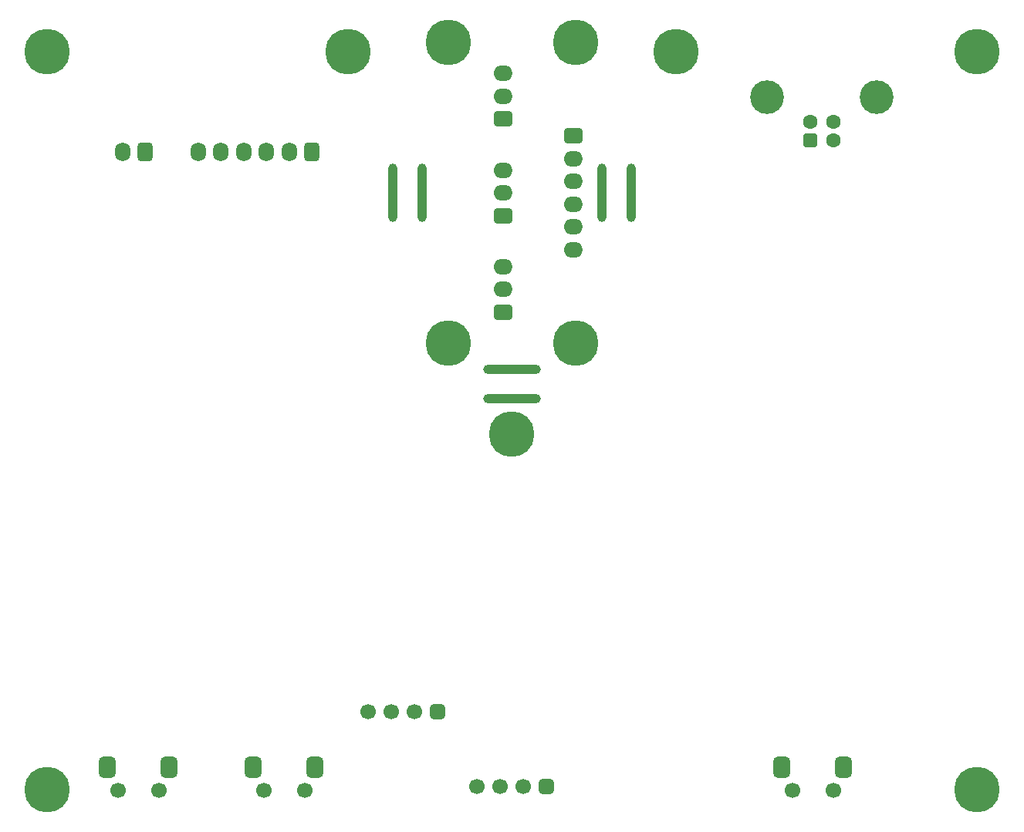
<source format=gbs>
G04*
G04 #@! TF.GenerationSoftware,Altium Limited,Altium Designer,20.1.12 (249)*
G04*
G04 Layer_Color=8150272*
%FSLAX25Y25*%
%MOIN*%
G70*
G04*
G04 #@! TF.SameCoordinates,1D8D0487-A391-4BDE-A0F4-8CBC614C10EB*
G04*
G04*
G04 #@! TF.FilePolarity,Negative*
G04*
G01*
G75*
%ADD15R,0.03937X0.21260*%
%ADD18R,0.21260X0.03937*%
%ADD42O,0.08268X0.06693*%
G04:AMPARAMS|DCode=43|XSize=66.93mil|YSize=82.68mil|CornerRadius=17.72mil|HoleSize=0mil|Usage=FLASHONLY|Rotation=270.000|XOffset=0mil|YOffset=0mil|HoleType=Round|Shape=RoundedRectangle|*
%AMROUNDEDRECTD43*
21,1,0.06693,0.04724,0,0,270.0*
21,1,0.03150,0.08268,0,0,270.0*
1,1,0.03543,-0.02362,-0.01575*
1,1,0.03543,-0.02362,0.01575*
1,1,0.03543,0.02362,0.01575*
1,1,0.03543,0.02362,-0.01575*
%
%ADD43ROUNDEDRECTD43*%
%ADD44C,0.03937*%
%ADD45C,0.14567*%
%ADD46C,0.06299*%
G04:AMPARAMS|DCode=47|XSize=62.99mil|YSize=62.99mil|CornerRadius=16.73mil|HoleSize=0mil|Usage=FLASHONLY|Rotation=180.000|XOffset=0mil|YOffset=0mil|HoleType=Round|Shape=RoundedRectangle|*
%AMROUNDEDRECTD47*
21,1,0.06299,0.02953,0,0,180.0*
21,1,0.02953,0.06299,0,0,180.0*
1,1,0.03347,-0.01476,0.01476*
1,1,0.03347,0.01476,0.01476*
1,1,0.03347,0.01476,-0.01476*
1,1,0.03347,-0.01476,-0.01476*
%
%ADD47ROUNDEDRECTD47*%
%ADD48C,0.06693*%
G04:AMPARAMS|DCode=49|XSize=66.93mil|YSize=66.93mil|CornerRadius=17.72mil|HoleSize=0mil|Usage=FLASHONLY|Rotation=180.000|XOffset=0mil|YOffset=0mil|HoleType=Round|Shape=RoundedRectangle|*
%AMROUNDEDRECTD49*
21,1,0.06693,0.03150,0,0,180.0*
21,1,0.03150,0.06693,0,0,180.0*
1,1,0.03543,-0.01575,0.01575*
1,1,0.03543,0.01575,0.01575*
1,1,0.03543,0.01575,-0.01575*
1,1,0.03543,-0.01575,-0.01575*
%
%ADD49ROUNDEDRECTD49*%
G04:AMPARAMS|DCode=50|XSize=66.93mil|YSize=66.93mil|CornerRadius=17.72mil|HoleSize=0mil|Usage=FLASHONLY|Rotation=270.000|XOffset=0mil|YOffset=0mil|HoleType=Round|Shape=RoundedRectangle|*
%AMROUNDEDRECTD50*
21,1,0.06693,0.03150,0,0,270.0*
21,1,0.03150,0.06693,0,0,270.0*
1,1,0.03543,-0.01575,-0.01575*
1,1,0.03543,-0.01575,0.01575*
1,1,0.03543,0.01575,0.01575*
1,1,0.03543,0.01575,-0.01575*
%
%ADD50ROUNDEDRECTD50*%
%ADD51O,0.06693X0.08268*%
G04:AMPARAMS|DCode=52|XSize=66.93mil|YSize=82.68mil|CornerRadius=17.72mil|HoleSize=0mil|Usage=FLASHONLY|Rotation=180.000|XOffset=0mil|YOffset=0mil|HoleType=Round|Shape=RoundedRectangle|*
%AMROUNDEDRECTD52*
21,1,0.06693,0.04724,0,0,180.0*
21,1,0.03150,0.08268,0,0,180.0*
1,1,0.03543,-0.01575,0.02362*
1,1,0.03543,0.01575,0.02362*
1,1,0.03543,0.01575,-0.02362*
1,1,0.03543,-0.01575,-0.02362*
%
%ADD52ROUNDEDRECTD52*%
G04:AMPARAMS|DCode=53|XSize=74.8mil|YSize=90.55mil|CornerRadius=19.68mil|HoleSize=0mil|Usage=FLASHONLY|Rotation=180.000|XOffset=0mil|YOffset=0mil|HoleType=Round|Shape=RoundedRectangle|*
%AMROUNDEDRECTD53*
21,1,0.07480,0.05118,0,0,180.0*
21,1,0.03543,0.09055,0,0,180.0*
1,1,0.03937,-0.01772,0.02559*
1,1,0.03937,0.01772,0.02559*
1,1,0.03937,0.01772,-0.02559*
1,1,0.03937,-0.01772,-0.02559*
%
%ADD53ROUNDEDRECTD53*%
%ADD54C,0.19685*%
%ADD93R,0.03937X0.21260*%
%ADD94R,0.21260X0.03937*%
D15*
X177559Y273622D02*
D03*
X255512Y273622D02*
D03*
D18*
X216535Y184646D02*
D03*
D42*
X242913Y249016D02*
D03*
Y288386D02*
D03*
Y278543D02*
D03*
Y258858D02*
D03*
Y268701D02*
D03*
X212598Y273622D02*
D03*
Y283465D02*
D03*
X212598Y231890D02*
D03*
Y241732D02*
D03*
X212598Y325197D02*
D03*
Y315354D02*
D03*
D43*
X242913Y298228D02*
D03*
X212598Y263779D02*
D03*
X212598Y222047D02*
D03*
X212598Y305512D02*
D03*
D44*
X164961Y284252D02*
D03*
X177559Y284252D02*
D03*
Y280709D02*
D03*
Y266535D02*
D03*
Y273622D02*
D03*
Y262992D02*
D03*
Y270079D02*
D03*
Y277165D02*
D03*
X164961Y280709D02*
D03*
Y266535D02*
D03*
Y273622D02*
D03*
Y262992D02*
D03*
Y270079D02*
D03*
Y277165D02*
D03*
X220079Y197244D02*
D03*
X212992D02*
D03*
X205906D02*
D03*
X216535D02*
D03*
X209449D02*
D03*
X223622D02*
D03*
X220079Y184646D02*
D03*
X212992D02*
D03*
X205906D02*
D03*
X216535D02*
D03*
X209449D02*
D03*
X223622D02*
D03*
X227165D02*
D03*
X227165Y197244D02*
D03*
X268110Y270079D02*
D03*
Y277165D02*
D03*
Y284252D02*
D03*
Y273622D02*
D03*
Y280709D02*
D03*
Y266535D02*
D03*
X255512Y270079D02*
D03*
Y277165D02*
D03*
Y284252D02*
D03*
Y273622D02*
D03*
Y280709D02*
D03*
Y266535D02*
D03*
Y262992D02*
D03*
X268110Y262992D02*
D03*
D45*
X326693Y315000D02*
D03*
X374095D02*
D03*
D46*
X345472Y304331D02*
D03*
X355315Y296457D02*
D03*
Y304331D02*
D03*
D47*
X345472Y296457D02*
D03*
D48*
X211535Y17126D02*
D03*
X221535D02*
D03*
X201535D02*
D03*
X174292Y49213D02*
D03*
X164292D02*
D03*
X154292D02*
D03*
X355315Y15354D02*
D03*
X337598D02*
D03*
X63976D02*
D03*
X46260D02*
D03*
X126969D02*
D03*
X109252D02*
D03*
D49*
X231535Y17126D02*
D03*
D50*
X184292Y49213D02*
D03*
D51*
X80905Y291339D02*
D03*
X120276D02*
D03*
X110433D02*
D03*
X90748D02*
D03*
X100591D02*
D03*
X48228D02*
D03*
D52*
X130118D02*
D03*
X58071D02*
D03*
D53*
X359842Y25197D02*
D03*
X333071D02*
D03*
X68504D02*
D03*
X41732D02*
D03*
X131496D02*
D03*
X104724D02*
D03*
D54*
X216535Y169291D02*
D03*
X417323Y334646D02*
D03*
X287402D02*
D03*
X145669D02*
D03*
X244094Y208661D02*
D03*
X188976D02*
D03*
X244094Y338583D02*
D03*
X188976D02*
D03*
X15748Y15748D02*
D03*
X417323D02*
D03*
X15748Y334646D02*
D03*
D93*
X164961Y273622D02*
D03*
X268110Y273622D02*
D03*
D94*
X216535Y197244D02*
D03*
M02*

</source>
